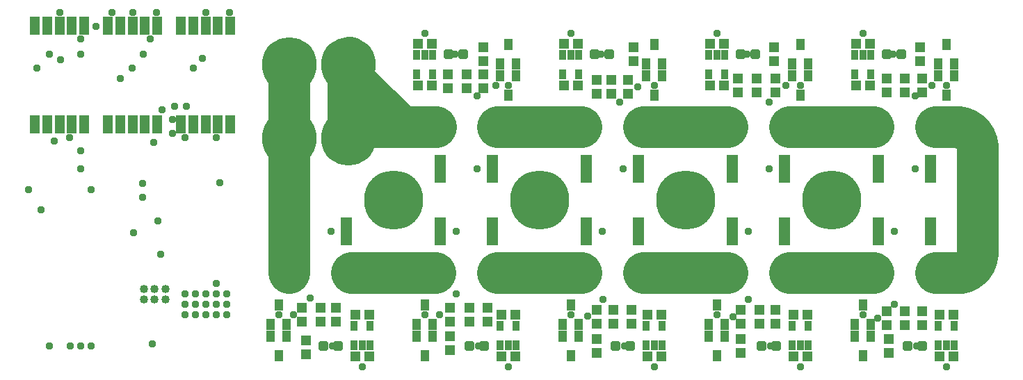
<source format=gbr>
G04 EAGLE Gerber RS-274X export*
G75*
%MOMM*%
%FSLAX34Y34*%
%LPD*%
%INSoldermask Top*%
%IPPOS*%
%AMOC8*
5,1,8,0,0,1.08239X$1,22.5*%
G01*
%ADD10C,5.080000*%
%ADD11C,1.011200*%
%ADD12C,2.743200*%
%ADD13P,2.969212X8X202.500000*%
%ADD14R,1.303200X1.203200*%
%ADD15P,2.969212X8X22.500000*%
%ADD16C,0.505344*%
%ADD17R,1.203200X1.303200*%
%ADD18R,1.473200X3.378200*%
%ADD19R,0.903200X1.203200*%
%ADD20R,1.103200X1.403200*%
%ADD21C,7.203200*%
%ADD22R,1.203200X2.203200*%
%ADD23C,6.654800*%
%ADD24C,0.959600*%


D10*
X612140Y308610D02*
X713740Y308610D01*
X789940Y308610D02*
X891540Y308610D01*
X967740Y308610D02*
X1069340Y308610D01*
X1069340Y130810D02*
X967740Y130810D01*
X891540Y130810D02*
X789940Y130810D01*
X713740Y130810D02*
X612140Y130810D01*
X535940Y130810D02*
X434340Y130810D01*
X1145540Y130810D02*
X1170940Y130810D01*
X1171554Y130817D01*
X1172167Y130840D01*
X1172780Y130877D01*
X1173391Y130929D01*
X1174002Y130995D01*
X1174610Y131077D01*
X1175216Y131173D01*
X1175820Y131283D01*
X1176421Y131408D01*
X1177019Y131548D01*
X1177613Y131702D01*
X1178203Y131871D01*
X1178789Y132053D01*
X1179370Y132250D01*
X1179947Y132461D01*
X1180518Y132685D01*
X1181084Y132923D01*
X1181644Y133175D01*
X1182197Y133441D01*
X1182744Y133719D01*
X1183284Y134011D01*
X1183817Y134316D01*
X1184342Y134634D01*
X1184860Y134964D01*
X1185369Y135306D01*
X1185870Y135661D01*
X1186362Y136028D01*
X1186845Y136406D01*
X1187319Y136796D01*
X1187783Y137198D01*
X1188238Y137610D01*
X1188682Y138034D01*
X1189116Y138468D01*
X1189540Y138912D01*
X1189952Y139367D01*
X1190354Y139831D01*
X1190744Y140305D01*
X1191122Y140788D01*
X1191489Y141280D01*
X1191844Y141781D01*
X1192186Y142290D01*
X1192516Y142808D01*
X1192834Y143333D01*
X1193139Y143866D01*
X1193431Y144406D01*
X1193709Y144953D01*
X1193975Y145506D01*
X1194227Y146066D01*
X1194465Y146632D01*
X1194689Y147203D01*
X1194900Y147780D01*
X1195097Y148361D01*
X1195279Y148947D01*
X1195448Y149537D01*
X1195602Y150131D01*
X1195742Y150729D01*
X1195867Y151330D01*
X1195977Y151934D01*
X1196073Y152540D01*
X1196155Y153148D01*
X1196221Y153759D01*
X1196273Y154370D01*
X1196310Y154983D01*
X1196333Y155596D01*
X1196340Y156210D01*
X1196340Y283210D01*
X1196333Y283824D01*
X1196310Y284437D01*
X1196273Y285050D01*
X1196221Y285661D01*
X1196155Y286272D01*
X1196073Y286880D01*
X1195977Y287486D01*
X1195867Y288090D01*
X1195742Y288691D01*
X1195602Y289289D01*
X1195448Y289883D01*
X1195279Y290473D01*
X1195097Y291059D01*
X1194900Y291640D01*
X1194689Y292217D01*
X1194465Y292788D01*
X1194227Y293354D01*
X1193975Y293914D01*
X1193709Y294467D01*
X1193431Y295014D01*
X1193139Y295554D01*
X1192834Y296087D01*
X1192516Y296612D01*
X1192186Y297130D01*
X1191844Y297639D01*
X1191489Y298140D01*
X1191122Y298632D01*
X1190744Y299115D01*
X1190354Y299589D01*
X1189952Y300053D01*
X1189540Y300508D01*
X1189116Y300952D01*
X1188682Y301386D01*
X1188238Y301810D01*
X1187783Y302222D01*
X1187319Y302624D01*
X1186845Y303014D01*
X1186362Y303392D01*
X1185870Y303759D01*
X1185369Y304114D01*
X1184860Y304456D01*
X1184342Y304786D01*
X1183817Y305104D01*
X1183284Y305409D01*
X1182744Y305701D01*
X1182197Y305979D01*
X1181644Y306245D01*
X1181084Y306497D01*
X1180518Y306735D01*
X1179947Y306959D01*
X1179370Y307170D01*
X1178789Y307367D01*
X1178203Y307549D01*
X1177613Y307718D01*
X1177019Y307872D01*
X1176421Y308012D01*
X1175820Y308137D01*
X1175216Y308247D01*
X1174610Y308343D01*
X1174002Y308425D01*
X1173391Y308491D01*
X1172780Y308543D01*
X1172167Y308580D01*
X1171554Y308603D01*
X1170940Y308610D01*
X1145540Y308610D01*
X358140Y384810D02*
X358140Y130810D01*
X431800Y292100D02*
X448310Y308610D01*
X495300Y308610D01*
X537210Y308610D01*
X495300Y308610D02*
X430530Y373380D01*
X430530Y392430D02*
X431800Y393700D01*
X430530Y392430D02*
X430530Y292100D01*
D11*
X194310Y98910D03*
X194310Y111910D03*
X181310Y111910D03*
X181310Y98910D03*
X207310Y98910D03*
X207310Y111910D03*
D12*
X611540Y130810D03*
D13*
X536540Y130810D03*
D14*
X1166740Y29210D03*
X1149740Y29210D03*
D12*
X1069940Y308610D03*
D15*
X1144940Y308610D03*
D14*
X1048140Y410210D03*
X1065140Y410210D03*
D12*
X892140Y308610D03*
D15*
X967140Y308610D03*
D14*
X870340Y410210D03*
X887340Y410210D03*
D12*
X714340Y308610D03*
D15*
X789340Y308610D03*
D14*
X692540Y410210D03*
X709540Y410210D03*
D12*
X536540Y308610D03*
D15*
X611540Y308610D03*
D14*
X514740Y410210D03*
X531740Y410210D03*
X633340Y29210D03*
X616340Y29210D03*
D12*
X433740Y130810D03*
D13*
X358740Y130810D03*
D14*
X455540Y29210D03*
X438540Y29210D03*
D12*
X789340Y130810D03*
D13*
X714340Y130810D03*
D14*
X811140Y29210D03*
X794140Y29210D03*
D12*
X967140Y130810D03*
D13*
X892140Y130810D03*
D14*
X988940Y29210D03*
X971940Y29210D03*
D12*
X1144940Y130810D03*
D13*
X1069940Y130810D03*
D16*
X414220Y45400D02*
X414220Y38420D01*
X414220Y45400D02*
X421200Y45400D01*
X421200Y38420D01*
X414220Y38420D01*
X414220Y43220D02*
X421200Y43220D01*
X396680Y45400D02*
X396680Y38420D01*
X396680Y45400D02*
X403660Y45400D01*
X403660Y38420D01*
X396680Y38420D01*
X396680Y43220D02*
X403660Y43220D01*
X592020Y45400D02*
X592020Y38420D01*
X592020Y45400D02*
X599000Y45400D01*
X599000Y38420D01*
X592020Y38420D01*
X592020Y43220D02*
X599000Y43220D01*
X574480Y45400D02*
X574480Y38420D01*
X574480Y45400D02*
X581460Y45400D01*
X581460Y38420D01*
X574480Y38420D01*
X574480Y43220D02*
X581460Y43220D01*
X769820Y45400D02*
X769820Y38420D01*
X769820Y45400D02*
X776800Y45400D01*
X776800Y38420D01*
X769820Y38420D01*
X769820Y43220D02*
X776800Y43220D01*
X752280Y45400D02*
X752280Y38420D01*
X752280Y45400D02*
X759260Y45400D01*
X759260Y38420D01*
X752280Y38420D01*
X752280Y43220D02*
X759260Y43220D01*
X947620Y45400D02*
X947620Y38420D01*
X947620Y45400D02*
X954600Y45400D01*
X954600Y38420D01*
X947620Y38420D01*
X947620Y43220D02*
X954600Y43220D01*
X930080Y45400D02*
X930080Y38420D01*
X930080Y45400D02*
X937060Y45400D01*
X937060Y38420D01*
X930080Y38420D01*
X930080Y43220D02*
X937060Y43220D01*
X1125420Y45400D02*
X1125420Y38420D01*
X1125420Y45400D02*
X1132400Y45400D01*
X1132400Y38420D01*
X1125420Y38420D01*
X1125420Y43220D02*
X1132400Y43220D01*
X1107880Y45400D02*
X1107880Y38420D01*
X1107880Y45400D02*
X1114860Y45400D01*
X1114860Y38420D01*
X1107880Y38420D01*
X1107880Y43220D02*
X1114860Y43220D01*
X1089460Y394020D02*
X1089460Y401000D01*
X1089460Y394020D02*
X1082480Y394020D01*
X1082480Y401000D01*
X1089460Y401000D01*
X1089460Y398820D02*
X1082480Y398820D01*
X1107000Y401000D02*
X1107000Y394020D01*
X1100020Y394020D01*
X1100020Y401000D01*
X1107000Y401000D01*
X1107000Y398820D02*
X1100020Y398820D01*
X911660Y401000D02*
X911660Y394020D01*
X904680Y394020D01*
X904680Y401000D01*
X911660Y401000D01*
X911660Y398820D02*
X904680Y398820D01*
X929200Y401000D02*
X929200Y394020D01*
X922220Y394020D01*
X922220Y401000D01*
X929200Y401000D01*
X929200Y398820D02*
X922220Y398820D01*
X733860Y401000D02*
X733860Y394020D01*
X726880Y394020D01*
X726880Y401000D01*
X733860Y401000D01*
X733860Y398820D02*
X726880Y398820D01*
X751400Y401000D02*
X751400Y394020D01*
X744420Y394020D01*
X744420Y401000D01*
X751400Y401000D01*
X751400Y398820D02*
X744420Y398820D01*
X556060Y401000D02*
X556060Y394020D01*
X549080Y394020D01*
X549080Y401000D01*
X556060Y401000D01*
X556060Y398820D02*
X549080Y398820D01*
X573600Y401000D02*
X573600Y394020D01*
X566620Y394020D01*
X566620Y401000D01*
X573600Y401000D01*
X573600Y398820D02*
X566620Y398820D01*
D17*
X378460Y49140D03*
X378460Y32140D03*
D18*
X364490Y181610D03*
X427990Y181610D03*
X542290Y181610D03*
X605790Y181610D03*
D17*
X553720Y54220D03*
X553720Y37220D03*
X774700Y68970D03*
X774700Y85970D03*
D14*
X811140Y80010D03*
X794140Y80010D03*
D17*
X753110Y85970D03*
X753110Y68970D03*
X732790Y68970D03*
X732790Y85970D03*
D18*
X720090Y181610D03*
X783590Y181610D03*
D17*
X732790Y50410D03*
X732790Y33410D03*
X949960Y68970D03*
X949960Y85970D03*
X599440Y71510D03*
X599440Y88510D03*
D14*
X988940Y80010D03*
X971940Y80010D03*
D17*
X930910Y85970D03*
X930910Y68970D03*
X908050Y68970D03*
X908050Y85970D03*
D18*
X897890Y181610D03*
X961390Y181610D03*
D17*
X908050Y50410D03*
X908050Y33410D03*
X1129030Y67700D03*
X1129030Y84700D03*
D14*
X1166740Y80010D03*
X1149740Y80010D03*
D17*
X1107440Y84700D03*
X1107440Y67700D03*
X1085850Y67700D03*
X1085850Y84700D03*
D18*
X1075690Y181610D03*
X1139190Y181610D03*
D14*
X633340Y80010D03*
X616340Y80010D03*
D17*
X1088390Y50410D03*
X1088390Y33410D03*
X1085850Y367910D03*
X1085850Y350910D03*
D14*
X1048140Y359410D03*
X1065140Y359410D03*
D17*
X1107440Y350910D03*
X1107440Y367910D03*
X1129030Y367910D03*
X1129030Y350910D03*
D18*
X1139190Y257810D03*
X1075690Y257810D03*
D17*
X1126490Y389010D03*
X1126490Y406010D03*
X904240Y367910D03*
X904240Y350910D03*
D14*
X870340Y359410D03*
X887340Y359410D03*
D17*
X927100Y350910D03*
X927100Y367910D03*
X577850Y88510D03*
X577850Y71510D03*
X949960Y367910D03*
X949960Y350910D03*
D18*
X961390Y257810D03*
X897890Y257810D03*
D17*
X948690Y389010D03*
X948690Y406010D03*
X732790Y366640D03*
X732790Y349640D03*
D14*
X692540Y359410D03*
X709540Y359410D03*
D17*
X750570Y349640D03*
X750570Y366640D03*
X770890Y366640D03*
X770890Y349640D03*
D18*
X783590Y257810D03*
X720090Y257810D03*
D17*
X777240Y389010D03*
X777240Y406010D03*
X551180Y372990D03*
X551180Y355990D03*
X553720Y71510D03*
X553720Y88510D03*
D14*
X514740Y359410D03*
X531740Y359410D03*
D17*
X574040Y355990D03*
X574040Y372990D03*
X594360Y372990D03*
X594360Y355990D03*
D18*
X605790Y257810D03*
X542290Y257810D03*
D17*
X594360Y389010D03*
X594360Y406010D03*
X415290Y71510D03*
X415290Y88510D03*
D14*
X455540Y80010D03*
X438540Y80010D03*
D17*
X396240Y88510D03*
X396240Y71510D03*
X373380Y71510D03*
X373380Y88510D03*
D19*
X615340Y42610D03*
X624840Y42610D03*
X634340Y42610D03*
X634340Y66610D03*
X615340Y66610D03*
X970940Y42610D03*
X980440Y42610D03*
X989940Y42610D03*
X989940Y66610D03*
X970940Y66610D03*
D20*
X878840Y29910D03*
X869340Y53910D03*
X888340Y53910D03*
X878840Y92010D03*
X888340Y68010D03*
X869340Y68010D03*
D19*
X1148740Y42610D03*
X1158240Y42610D03*
X1167740Y42610D03*
X1167740Y66610D03*
X1148740Y66610D03*
D20*
X1056640Y29910D03*
X1047140Y53910D03*
X1066140Y53910D03*
X1056640Y92010D03*
X1066140Y68010D03*
X1047140Y68010D03*
D19*
X1066140Y396810D03*
X1056640Y396810D03*
X1047140Y396810D03*
X1047140Y372810D03*
X1066140Y372810D03*
D20*
X1158240Y409510D03*
X1167740Y385510D03*
X1148740Y385510D03*
X1158240Y347410D03*
X1148740Y371410D03*
X1167740Y371410D03*
D19*
X888340Y396810D03*
X878840Y396810D03*
X869340Y396810D03*
X869340Y372810D03*
X888340Y372810D03*
D20*
X523240Y29910D03*
X513740Y53910D03*
X532740Y53910D03*
X980440Y409510D03*
X989940Y385510D03*
X970940Y385510D03*
X980440Y347410D03*
X970940Y371410D03*
X989940Y371410D03*
D19*
X710540Y396810D03*
X701040Y396810D03*
X691540Y396810D03*
X691540Y372810D03*
X710540Y372810D03*
D20*
X802640Y409510D03*
X812140Y385510D03*
X793140Y385510D03*
X802640Y347410D03*
X793140Y371410D03*
X812140Y371410D03*
D19*
X532740Y396810D03*
X523240Y396810D03*
X513740Y396810D03*
X513740Y372810D03*
X532740Y372810D03*
D20*
X624840Y409510D03*
X634340Y385510D03*
X615340Y385510D03*
X624840Y347410D03*
X615340Y371410D03*
X634340Y371410D03*
X523240Y92010D03*
X532740Y68010D03*
X513740Y68010D03*
D21*
X840740Y219710D03*
X1018540Y219710D03*
X485140Y219710D03*
X662940Y219710D03*
D22*
X78740Y312110D03*
X93740Y312110D03*
X108740Y312110D03*
X48740Y312110D03*
X63740Y312110D03*
X63740Y432110D03*
X78740Y432110D03*
X93740Y432110D03*
X108740Y432110D03*
X48740Y432110D03*
X256540Y312110D03*
X271540Y312110D03*
X286540Y312110D03*
X226540Y312110D03*
X241540Y312110D03*
X241540Y432110D03*
X256540Y432110D03*
X271540Y432110D03*
X286540Y432110D03*
X226540Y432110D03*
X167640Y312110D03*
X182640Y312110D03*
X197640Y312110D03*
X137640Y312110D03*
X152640Y312110D03*
X152640Y432110D03*
X167640Y432110D03*
X182640Y432110D03*
X197640Y432110D03*
X137640Y432110D03*
D19*
X437540Y42610D03*
X447040Y42610D03*
X456540Y42610D03*
X456540Y66610D03*
X437540Y66610D03*
D20*
X345440Y29910D03*
X335940Y53910D03*
X354940Y53910D03*
X345440Y92010D03*
X354940Y68010D03*
X335940Y68010D03*
D19*
X793140Y42610D03*
X802640Y42610D03*
X812140Y42610D03*
X812140Y66610D03*
X793140Y66610D03*
D20*
X701040Y29910D03*
X691540Y53910D03*
X710540Y53910D03*
X701040Y92010D03*
X710540Y68010D03*
X691540Y68010D03*
D23*
X430140Y385200D03*
X358140Y385200D03*
X430140Y295030D03*
X358140Y295030D03*
D24*
X363876Y80010D03*
X410476Y41910D03*
X447040Y16510D03*
X383540Y100330D03*
X345440Y80010D03*
X408940Y181610D03*
X588276Y41910D03*
X541020Y80010D03*
X624840Y16510D03*
X561340Y105410D03*
X561340Y181610D03*
X523240Y80010D03*
X721360Y78740D03*
X766076Y41910D03*
X802640Y16510D03*
X740410Y99060D03*
X898546Y77470D03*
X943876Y41910D03*
X980440Y16510D03*
X916940Y99060D03*
X878840Y80010D03*
X916940Y181610D03*
X1074420Y76200D03*
X1121676Y41910D03*
X1158240Y16510D03*
X1094740Y92710D03*
X1056640Y80010D03*
X1094740Y181610D03*
X1140460Y359410D03*
X1093204Y397510D03*
X1056640Y422910D03*
X1120140Y346710D03*
X1158240Y359410D03*
X1120140Y257810D03*
X915404Y397510D03*
X962660Y359410D03*
X878840Y422910D03*
X942340Y339090D03*
X942340Y257810D03*
X980440Y359410D03*
X737604Y397510D03*
X782320Y358140D03*
X701040Y422910D03*
X760730Y339090D03*
X802640Y359410D03*
X764540Y257810D03*
X168910Y180340D03*
X191770Y44450D03*
X273930Y241300D03*
X609600Y359410D03*
X559804Y397510D03*
X523240Y422910D03*
X586740Y346710D03*
X624840Y359410D03*
X586740Y257810D03*
X701040Y80010D03*
X739140Y181610D03*
X90480Y295910D03*
X116840Y232410D03*
X78740Y448310D03*
X71910Y292100D03*
X167640Y448310D03*
X203200Y330200D03*
X256540Y448310D03*
X241300Y381000D03*
X216234Y318380D03*
X104140Y280190D03*
X216234Y301380D03*
X269240Y118110D03*
X66040Y41910D03*
X79772Y390680D03*
X252693Y392393D03*
X166672Y381000D03*
X152400Y368300D03*
X50800Y381000D03*
X104140Y257810D03*
X231140Y295910D03*
X104140Y416804D03*
X104140Y397510D03*
X180340Y397510D03*
X189196Y416780D03*
X66040Y397510D03*
X285750Y448310D03*
X196850Y448310D03*
X123190Y431800D03*
X193040Y290574D03*
X269240Y295910D03*
X179950Y240030D03*
X179950Y223520D03*
X233116Y334010D03*
X218440Y334010D03*
X56270Y208280D03*
X40640Y232410D03*
X142240Y448310D03*
X198120Y194310D03*
X201930Y154060D03*
X231140Y105410D03*
X243840Y105410D03*
X256540Y105410D03*
X269240Y105410D03*
X281940Y105410D03*
X281940Y92710D03*
X269240Y92710D03*
X256540Y92710D03*
X243840Y92710D03*
X231140Y92710D03*
X231140Y80010D03*
X243840Y80010D03*
X256540Y80010D03*
X269240Y80010D03*
X281940Y80010D03*
X91440Y41910D03*
X104140Y41910D03*
X116840Y41910D03*
M02*

</source>
